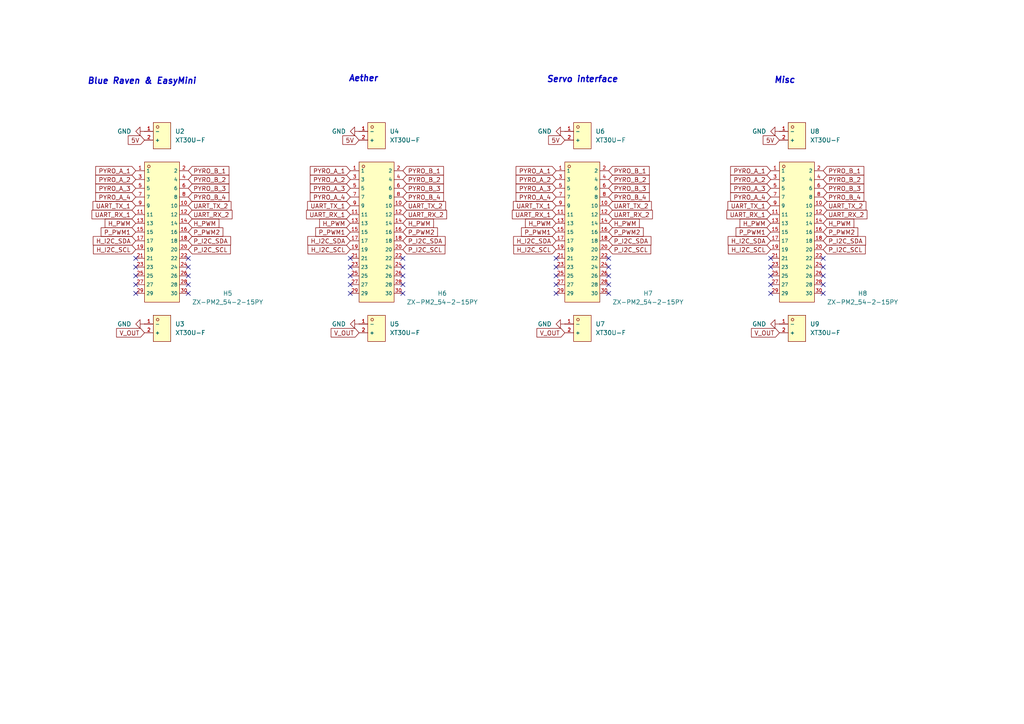
<source format=kicad_sch>
(kicad_sch (version 20250114) (generator "eeschema") (generator_version "9.0")
  (paper "A4")
  (lib_symbols
    (symbol "XT30U-F:XT30U-F"
      (property "Reference" "U" (at 0 1.27 0))
      (property "Value" "XT30U-F" (at 0 -2.54 0))
      (symbol "XT30U-F_0_1"
        (rectangle (start -2.54 3.81) (end 2.54 -3.81) (fill (type background)))
        (circle (center -1.27 2.54) (radius 0.381) (fill (type background)))
        (pin unspecified line (at -5.08 1.27 0) (length 2.54) (name "-") (number "1"))
        (pin unspecified line (at -5.08 -1.27 0) (length 2.54) (name "+") (number "2"))
      )
    )
    (symbol "ZX-PM2_54-2-15PY:ZX-PM2_54-2-15PY"
      (property "Reference" "H" (at 0 1.27 0))
      (property "Value" "ZX-PM2_54-2-15PY" (at 0 -2.54 0))
      (symbol "ZX-PM2_54-2-15PY_0_1"
        (rectangle (start -5.08 20.32) (end 5.08 -20.32) (fill (type background)))
        (circle (center -3.81 19.05) (radius 0.381) (fill (type background)))
        (pin unspecified line (at -7.62 17.78 0) (length 2.54) (name "1") (number "1"))
        (pin unspecified line (at -7.62 15.24 0) (length 2.54) (name "3") (number "3"))
        (pin unspecified line (at -7.62 12.7 0) (length 2.54) (name "5") (number "5"))
        (pin unspecified line (at -7.62 10.16 0) (length 2.54) (name "7") (number "7"))
        (pin unspecified line (at -7.62 7.62 0) (length 2.54) (name "9") (number "9"))
        (pin unspecified line (at -7.62 5.08 0) (length 2.54) (name "11") (number "11"))
        (pin unspecified line (at -7.62 2.54 0) (length 2.54) (name "13") (number "13"))
        (pin unspecified line (at -7.62 0 0) (length 2.54) (name "15") (number "15"))
        (pin unspecified line (at -7.62 -2.54 0) (length 2.54) (name "17") (number "17"))
        (pin unspecified line (at -7.62 -5.08 0) (length 2.54) (name "19") (number "19"))
        (pin unspecified line (at -7.62 -7.62 0) (length 2.54) (name "21") (number "21"))
        (pin unspecified line (at -7.62 -10.16 0) (length 2.54) (name "23") (number "23"))
        (pin unspecified line (at -7.62 -12.7 0) (length 2.54) (name "25") (number "25"))
        (pin unspecified line (at -7.62 -15.24 0) (length 2.54) (name "27") (number "27"))
        (pin unspecified line (at -7.62 -17.78 0) (length 2.54) (name "29") (number "29"))
        (pin unspecified line (at 7.62 17.78 180) (length 2.54) (name "2") (number "2"))
        (pin unspecified line (at 7.62 15.24 180) (length 2.54) (name "4") (number "4"))
        (pin unspecified line (at 7.62 12.7 180) (length 2.54) (name "6") (number "6"))
        (pin unspecified line (at 7.62 10.16 180) (length 2.54) (name "8") (number "8"))
        (pin unspecified line (at 7.62 7.62 180) (length 2.54) (name "10") (number "10"))
        (pin unspecified line (at 7.62 5.08 180) (length 2.54) (name "12") (number "12"))
        (pin unspecified line (at 7.62 2.54 180) (length 2.54) (name "14") (number "14"))
        (pin unspecified line (at 7.62 0 180) (length 2.54) (name "16") (number "16"))
        (pin unspecified line (at 7.62 -2.54 180) (length 2.54) (name "18") (number "18"))
        (pin unspecified line (at 7.62 -5.08 180) (length 2.54) (name "20") (number "20"))
        (pin unspecified line (at 7.62 -7.62 180) (length 2.54) (name "22") (number "22"))
        (pin unspecified line (at 7.62 -10.16 180) (length 2.54) (name "24") (number "24"))
        (pin unspecified line (at 7.62 -12.7 180) (length 2.54) (name "26") (number "26"))
        (pin unspecified line (at 7.62 -15.24 180) (length 2.54) (name "28") (number "28"))
        (pin unspecified line (at 7.62 -17.78 180) (length 2.54) (name "30") (number "30"))
      )
    )
    (symbol "power:GND" (power) (pin_numbers (hide yes)) (pin_names (offset 0) (hide yes))
      (property "Value" "GND" (at 0 -3.81 0))
      (symbol "GND_0_1"
        (polyline (pts (xy 0 0) (xy 0 -1.27) (xy 1.27 -1.27) (xy 0 -2.54) (xy -1.27 -1.27) (xy 0 -1.27)))
      )
      (symbol "GND_1_1"
        (pin power_in line (at 0 0 270) (length 0) (name "~") (number "1"))
      )
    )
  )
  (text "Servo interface" (at 168.91 23.114 0) (effects (font (size 1.778 1.778) (thickness 0.3556) (bold yes) (italic yes))))
  (text "Misc" (at 227.584 23.368 0) (effects (font (size 1.778 1.778) (thickness 0.3556) (bold yes) (italic yes))))
  (text "Blue Raven & EasyMini" (at 41.148 23.622 0) (effects (font (size 1.778 1.778) (thickness 0.3556) (bold yes) (italic yes))))
  (text "Aether" (at 105.41 22.86 0) (effects (font (size 1.778 1.778) (thickness 0.3556) (bold yes) (italic yes))))
  (no_connect (at 54.61 82.55))
  (no_connect (at 223.52 77.47))
  (no_connect (at 223.52 74.93))
  (no_connect (at 238.76 77.47))
  (no_connect (at 54.61 77.47))
  (no_connect (at 161.29 85.09))
  (no_connect (at 161.29 74.93))
  (no_connect (at 116.84 80.01))
  (no_connect (at 54.61 74.93))
  (no_connect (at 176.53 82.55))
  (no_connect (at 101.6 85.09))
  (no_connect (at 54.61 85.09))
  (no_connect (at 176.53 74.93))
  (no_connect (at 39.37 82.55))
  (no_connect (at 116.84 82.55))
  (no_connect (at 161.29 82.55))
  (no_connect (at 39.37 85.09))
  (no_connect (at 101.6 74.93))
  (no_connect (at 161.29 80.01))
  (no_connect (at 223.52 85.09))
  (no_connect (at 238.76 74.93))
  (no_connect (at 223.52 82.55))
  (no_connect (at 39.37 74.93))
  (no_connect (at 238.76 82.55))
  (no_connect (at 238.76 80.01))
  (no_connect (at 116.84 77.47))
  (no_connect (at 238.76 85.09))
  (no_connect (at 39.37 77.47))
  (no_connect (at 176.53 85.09))
  (no_connect (at 116.84 74.93))
  (no_connect (at 54.61 80.01))
  (no_connect (at 101.6 80.01))
  (no_connect (at 223.52 80.01))
  (no_connect (at 39.37 80.01))
  (no_connect (at 161.29 77.47))
  (no_connect (at 101.6 77.47))
  (no_connect (at 101.6 82.55))
  (no_connect (at 116.84 85.09))
  (no_connect (at 176.53 77.47))
  (no_connect (at 176.53 80.01))
  (global_label "PYRO_A_3" (shape input) (at 223.52 54.61 180) (property "Intersheetrefs" "${INTERSHEET_REFS}" (effects (hide yes))))
  (global_label "PYRO_A_1" (shape input) (at 161.29 49.53 180) (property "Intersheetrefs" "${INTERSHEET_REFS}" (effects (hide yes))))
  (global_label "PYRO_B_4" (shape input) (at 176.53 57.15 0) (property "Intersheetrefs" "${INTERSHEET_REFS}" (effects (hide yes))))
  (global_label "PYRO_A_2" (shape input) (at 101.6 52.07 180) (property "Intersheetrefs" "${INTERSHEET_REFS}" (effects (hide yes))))
  (global_label "H_PWM" (shape input) (at 176.53 64.77 0) (property "Intersheetrefs" "${INTERSHEET_REFS}" (effects (hide yes))))
  (global_label "5V" (shape input) (at 226.06 40.64 180) (property "Intersheetrefs" "${INTERSHEET_REFS}" (effects (hide yes))))
  (global_label "PYRO_B_1" (shape input) (at 116.84 49.53 0) (property "Intersheetrefs" "${INTERSHEET_REFS}" (effects (hide yes))))
  (global_label "5V" (shape input) (at 104.14 40.64 180) (property "Intersheetrefs" "${INTERSHEET_REFS}" (effects (hide yes))))
  (global_label "UART_RX_1" (shape input) (at 161.29 62.23 180) (property "Intersheetrefs" "${INTERSHEET_REFS}" (effects (hide yes))))
  (global_label "H_PWM" (shape input) (at 223.52 64.77 180) (property "Intersheetrefs" "${INTERSHEET_REFS}" (effects (hide yes))))
  (global_label "V_OUT" (shape input) (at 41.91 96.52 180) (property "Intersheetrefs" "${INTERSHEET_REFS}" (effects (hide yes))))
  (global_label "H_I2C_SDA" (shape input) (at 161.29 69.85 180) (property "Intersheetrefs" "${INTERSHEET_REFS}" (effects (hide yes))))
  (global_label "P_PWM2" (shape input) (at 54.61 67.31 0) (property "Intersheetrefs" "${INTERSHEET_REFS}" (effects (hide yes))))
  (global_label "PYRO_B_3" (shape input) (at 54.61 54.61 0) (property "Intersheetrefs" "${INTERSHEET_REFS}" (effects (hide yes))))
  (global_label "PYRO_A_3" (shape input) (at 101.6 54.61 180) (property "Intersheetrefs" "${INTERSHEET_REFS}" (effects (hide yes))))
  (global_label "UART_TX_2" (shape input) (at 54.61 59.69 0) (property "Intersheetrefs" "${INTERSHEET_REFS}" (effects (hide yes))))
  (global_label "UART_RX_2" (shape input) (at 238.76 62.23 0) (property "Intersheetrefs" "${INTERSHEET_REFS}" (effects (hide yes))))
  (global_label "PYRO_B_2" (shape input) (at 238.76 52.07 0) (property "Intersheetrefs" "${INTERSHEET_REFS}" (effects (hide yes))))
  (global_label "H_PWM" (shape input) (at 101.6 64.77 180) (property "Intersheetrefs" "${INTERSHEET_REFS}" (effects (hide yes))))
  (global_label "H_I2C_SCL" (shape input) (at 39.37 72.39 180) (property "Intersheetrefs" "${INTERSHEET_REFS}" (effects (hide yes))))
  (global_label "P_I2C_SDA" (shape input) (at 176.53 69.85 0) (property "Intersheetrefs" "${INTERSHEET_REFS}" (effects (hide yes))))
  (global_label "P_PWM1" (shape input) (at 223.52 67.31 180) (property "Intersheetrefs" "${INTERSHEET_REFS}" (effects (hide yes))))
  (global_label "UART_TX_1" (shape input) (at 101.6 59.69 180) (property "Intersheetrefs" "${INTERSHEET_REFS}" (effects (hide yes))))
  (global_label "PYRO_B_2" (shape input) (at 116.84 52.07 0) (property "Intersheetrefs" "${INTERSHEET_REFS}" (effects (hide yes))))
  (global_label "PYRO_A_3" (shape input) (at 161.29 54.61 180) (property "Intersheetrefs" "${INTERSHEET_REFS}" (effects (hide yes))))
  (global_label "UART_TX_2" (shape input) (at 176.53 59.69 0) (property "Intersheetrefs" "${INTERSHEET_REFS}" (effects (hide yes))))
  (global_label "P_PWM2" (shape input) (at 176.53 67.31 0) (property "Intersheetrefs" "${INTERSHEET_REFS}" (effects (hide yes))))
  (global_label "H_I2C_SCL" (shape input) (at 161.29 72.39 180) (property "Intersheetrefs" "${INTERSHEET_REFS}" (effects (hide yes))))
  (global_label "PYRO_B_1" (shape input) (at 238.76 49.53 0) (property "Intersheetrefs" "${INTERSHEET_REFS}" (effects (hide yes))))
  (global_label "H_I2C_SDA" (shape input) (at 101.6 69.85 180) (property "Intersheetrefs" "${INTERSHEET_REFS}" (effects (hide yes))))
  (global_label "PYRO_A_1" (shape input) (at 223.52 49.53 180) (property "Intersheetrefs" "${INTERSHEET_REFS}" (effects (hide yes))))
  (global_label "H_I2C_SCL" (shape input) (at 223.52 72.39 180) (property "Intersheetrefs" "${INTERSHEET_REFS}" (effects (hide yes))))
  (global_label "PYRO_A_4" (shape input) (at 39.37 57.15 180) (property "Intersheetrefs" "${INTERSHEET_REFS}" (effects (hide yes))))
  (global_label "PYRO_A_1" (shape input) (at 39.37 49.53 180) (property "Intersheetrefs" "${INTERSHEET_REFS}" (effects (hide yes))))
  (global_label "H_PWM" (shape input) (at 116.84 64.77 0) (property "Intersheetrefs" "${INTERSHEET_REFS}" (effects (hide yes))))
  (global_label "P_I2C_SCL" (shape input) (at 116.84 72.39 0) (property "Intersheetrefs" "${INTERSHEET_REFS}" (effects (hide yes))))
  (global_label "PYRO_A_1" (shape input) (at 101.6 49.53 180) (property "Intersheetrefs" "${INTERSHEET_REFS}" (effects (hide yes))))
  (global_label "PYRO_B_4" (shape input) (at 54.61 57.15 0) (property "Intersheetrefs" "${INTERSHEET_REFS}" (effects (hide yes))))
  (global_label "P_PWM1" (shape input) (at 39.37 67.31 180) (property "Intersheetrefs" "${INTERSHEET_REFS}" (effects (hide yes))))
  (global_label "5V" (shape input) (at 163.83 40.64 180) (property "Intersheetrefs" "${INTERSHEET_REFS}" (effects (hide yes))))
  (global_label "UART_TX_1" (shape input) (at 161.29 59.69 180) (property "Intersheetrefs" "${INTERSHEET_REFS}" (effects (hide yes))))
  (global_label "UART_TX_2" (shape input) (at 238.76 59.69 0) (property "Intersheetrefs" "${INTERSHEET_REFS}" (effects (hide yes))))
  (global_label "H_PWM" (shape input) (at 54.61 64.77 0) (property "Intersheetrefs" "${INTERSHEET_REFS}" (effects (hide yes))))
  (global_label "H_PWM" (shape input) (at 238.76 64.77 0) (property "Intersheetrefs" "${INTERSHEET_REFS}" (effects (hide yes))))
  (global_label "P_I2C_SDA" (shape input) (at 238.76 69.85 0) (property "Intersheetrefs" "${INTERSHEET_REFS}" (effects (hide yes))))
  (global_label "UART_RX_2" (shape input) (at 54.61 62.23 0) (property "Intersheetrefs" "${INTERSHEET_REFS}" (effects (hide yes))))
  (global_label "V_OUT" (shape input) (at 226.06 96.52 180) (property "Intersheetrefs" "${INTERSHEET_REFS}" (effects (hide yes))))
  (global_label "UART_TX_1" (shape input) (at 223.52 59.69 180) (property "Intersheetrefs" "${INTERSHEET_REFS}" (effects (hide yes))))
  (global_label "PYRO_A_2" (shape input) (at 223.52 52.07 180) (property "Intersheetrefs" "${INTERSHEET_REFS}" (effects (hide yes))))
  (global_label "H_I2C_SDA" (shape input) (at 39.37 69.85 180) (property "Intersheetrefs" "${INTERSHEET_REFS}" (effects (hide yes))))
  (global_label "P_I2C_SCL" (shape input) (at 176.53 72.39 0) (property "Intersheetrefs" "${INTERSHEET_REFS}" (effects (hide yes))))
  (global_label "P_I2C_SDA" (shape input) (at 54.61 69.85 0) (property "Intersheetrefs" "${INTERSHEET_REFS}" (effects (hide yes))))
  (global_label "P_I2C_SCL" (shape input) (at 238.76 72.39 0) (property "Intersheetrefs" "${INTERSHEET_REFS}" (effects (hide yes))))
  (global_label "UART_RX_2" (shape input) (at 116.84 62.23 0) (property "Intersheetrefs" "${INTERSHEET_REFS}" (effects (hide yes))))
  (global_label "UART_TX_2" (shape input) (at 116.84 59.69 0) (property "Intersheetrefs" "${INTERSHEET_REFS}" (effects (hide yes))))
  (global_label "H_PWM" (shape input) (at 161.29 64.77 180) (property "Intersheetrefs" "${INTERSHEET_REFS}" (effects (hide yes))))
  (global_label "PYRO_B_2" (shape input) (at 176.53 52.07 0) (property "Intersheetrefs" "${INTERSHEET_REFS}" (effects (hide yes))))
  (global_label "H_I2C_SDA" (shape input) (at 223.52 69.85 180) (property "Intersheetrefs" "${INTERSHEET_REFS}" (effects (hide yes))))
  (global_label "5V" (shape input) (at 41.91 40.64 180) (property "Intersheetrefs" "${INTERSHEET_REFS}" (effects (hide yes))))
  (global_label "UART_RX_1" (shape input) (at 39.37 62.23 180) (property "Intersheetrefs" "${INTERSHEET_REFS}" (effects (hide yes))))
  (global_label "PYRO_A_3" (shape input) (at 39.37 54.61 180) (property "Intersheetrefs" "${INTERSHEET_REFS}" (effects (hide yes))))
  (global_label "PYRO_B_3" (shape input) (at 116.84 54.61 0) (property "Intersheetrefs" "${INTERSHEET_REFS}" (effects (hide yes))))
  (global_label "V_OUT" (shape input) (at 104.14 96.52 180) (property "Intersheetrefs" "${INTERSHEET_REFS}" (effects (hide yes))))
  (global_label "PYRO_B_4" (shape input) (at 116.84 57.15 0) (property "Intersheetrefs" "${INTERSHEET_REFS}" (effects (hide yes))))
  (global_label "P_PWM2" (shape input) (at 238.76 67.31 0) (property "Intersheetrefs" "${INTERSHEET_REFS}" (effects (hide yes))))
  (global_label "PYRO_B_1" (shape input) (at 54.61 49.53 0) (property "Intersheetrefs" "${INTERSHEET_REFS}" (effects (hide yes))))
  (global_label "P_I2C_SDA" (shape input) (at 116.84 69.85 0) (property "Intersheetrefs" "${INTERSHEET_REFS}" (effects (hide yes))))
  (global_label "UART_TX_1" (shape input) (at 39.37 59.69 180) (property "Intersheetrefs" "${INTERSHEET_REFS}" (effects (hide yes))))
  (global_label "PYRO_B_1" (shape input) (at 176.53 49.53 0) (property "Intersheetrefs" "${INTERSHEET_REFS}" (effects (hide yes))))
  (global_label "UART_RX_1" (shape input) (at 223.52 62.23 180) (property "Intersheetrefs" "${INTERSHEET_REFS}" (effects (hide yes))))
  (global_label "PYRO_A_2" (shape input) (at 161.29 52.07 180) (property "Intersheetrefs" "${INTERSHEET_REFS}" (effects (hide yes))))
  (global_label "H_PWM" (shape input) (at 39.37 64.77 180) (property "Intersheetrefs" "${INTERSHEET_REFS}" (effects (hide yes))))
  (global_label "P_PWM1" (shape input) (at 161.29 67.31 180) (property "Intersheetrefs" "${INTERSHEET_REFS}" (effects (hide yes))))
  (global_label "PYRO_B_3" (shape input) (at 238.76 54.61 0) (property "Intersheetrefs" "${INTERSHEET_REFS}" (effects (hide yes))))
  (global_label "PYRO_B_4" (shape input) (at 238.76 57.15 0) (property "Intersheetrefs" "${INTERSHEET_REFS}" (effects (hide yes))))
  (global_label "PYRO_A_4" (shape input) (at 101.6 57.15 180) (property "Intersheetrefs" "${INTERSHEET_REFS}" (effects (hide yes))))
  (global_label "UART_RX_1" (shape input) (at 101.6 62.23 180) (property "Intersheetrefs" "${INTERSHEET_REFS}" (effects (hide yes))))
  (global_label "H_I2C_SCL" (shape input) (at 101.6 72.39 180) (property "Intersheetrefs" "${INTERSHEET_REFS}" (effects (hide yes))))
  (global_label "PYRO_A_4" (shape input) (at 161.29 57.15 180) (property "Intersheetrefs" "${INTERSHEET_REFS}" (effects (hide yes))))
  (global_label "P_I2C_SCL" (shape input) (at 54.61 72.39 0) (property "Intersheetrefs" "${INTERSHEET_REFS}" (effects (hide yes))))
  (global_label "V_OUT" (shape input) (at 163.83 96.52 180) (property "Intersheetrefs" "${INTERSHEET_REFS}" (effects (hide yes))))
  (global_label "PYRO_A_2" (shape input) (at 39.37 52.07 180) (property "Intersheetrefs" "${INTERSHEET_REFS}" (effects (hide yes))))
  (global_label "UART_RX_2" (shape input) (at 176.53 62.23 0) (property "Intersheetrefs" "${INTERSHEET_REFS}" (effects (hide yes))))
  (global_label "PYRO_A_4" (shape input) (at 223.52 57.15 180) (property "Intersheetrefs" "${INTERSHEET_REFS}" (effects (hide yes))))
  (global_label "P_PWM2" (shape input) (at 116.84 67.31 0) (property "Intersheetrefs" "${INTERSHEET_REFS}" (effects (hide yes))))
  (global_label "PYRO_B_2" (shape input) (at 54.61 52.07 0) (property "Intersheetrefs" "${INTERSHEET_REFS}" (effects (hide yes))))
  (global_label "P_PWM1" (shape input) (at 101.6 67.31 180) (property "Intersheetrefs" "${INTERSHEET_REFS}" (effects (hide yes))))
  (global_label "PYRO_B_3" (shape input) (at 176.53 54.61 0) (property "Intersheetrefs" "${INTERSHEET_REFS}" (effects (hide yes))))
  (symbol (lib_id "XT30U-F:XT30U-F") (at 109.22 39.37 0) (unit 1)
    (property "Reference" "U4" (at 113.03 38.0999 0) (effects (justify left)))
    (property "Value" "XT30U-F" (at 113.03 40.6399 0) (effects (justify left)))
    (property "Footprint" "footprint:CONN-TH_XT30U-F" (effects (hide yes)))
    (property "Datasheet" "https://atta.szlcsc.com/upload/public/pdf/source/20170606/1496716550180.pdf" (effects (hide yes)))
    (property "LCSC" "C99102" (effects (hide yes)))
  )
  (symbol (lib_id "XT30U-F:XT30U-F") (at 231.14 39.37 0) (unit 1)
    (property "Reference" "U8" (at 234.95 38.0999 0) (effects (justify left)))
    (property "Value" "XT30U-F" (at 234.95 40.6399 0) (effects (justify left)))
    (property "Footprint" "footprint:CONN-TH_XT30U-F" (effects (hide yes)))
    (property "Datasheet" "https://atta.szlcsc.com/upload/public/pdf/source/20170606/1496716550180.pdf" (effects (hide yes)))
    (property "LCSC" "C99102" (effects (hide yes)))
  )
  (symbol (lib_id "ZX-PM2_54-2-15PY:ZX-PM2_54-2-15PY") (at 109.22 67.31 0) (unit 1)
    (property "Reference" "H6" (at 128.27 85.09 0))
    (property "Value" "ZX-PM2_54-2-15PY" (at 128.27 87.63 0))
    (property "Footprint" "Connector_PinSocket_2.54mm:PinSocket_2x15_P2.54mm_Vertical" (effects (hide yes)))
    (property "Datasheet" "https://item.szlcsc.com/59416.html" (effects (hide yes)))
    (property "LCSC" "C7499350" (effects (hide yes)))
  )
  (symbol (lib_id "power:GND") (at 104.14 38.1 270) (unit 1)
    (property "Reference" "#PWR011" (effects (hide yes)))
    (property "Value" "GND" (at 100.33 38.0999 90) (effects (justify right)))
    (property "Description" "Power symbol creates a global label with name \"GND\" , ground" (effects (hide yes)))
  )
  (symbol (lib_id "XT30U-F:XT30U-F") (at 231.14 95.25 0) (unit 1)
    (property "Reference" "U9" (at 234.95 93.9799 0) (effects (justify left)))
    (property "Value" "XT30U-F" (at 234.95 96.5199 0) (effects (justify left)))
    (property "Footprint" "footprint:CONN-TH_XT30U-F" (effects (hide yes)))
    (property "Datasheet" "https://atta.szlcsc.com/upload/public/pdf/source/20170606/1496716550180.pdf" (effects (hide yes)))
    (property "LCSC" "C99102" (effects (hide yes)))
  )
  (symbol (lib_id "power:GND") (at 41.91 38.1 270) (unit 1)
    (property "Reference" "#PWR09" (effects (hide yes)))
    (property "Value" "GND" (at 38.1 38.0999 90) (effects (justify right)))
    (property "Description" "Power symbol creates a global label with name \"GND\" , ground" (effects (hide yes)))
  )
  (symbol (lib_id "ZX-PM2_54-2-15PY:ZX-PM2_54-2-15PY") (at 168.91 67.31 0) (unit 1)
    (property "Reference" "H7" (at 187.96 85.09 0))
    (property "Value" "ZX-PM2_54-2-15PY" (at 187.96 87.63 0))
    (property "Footprint" "Connector_PinSocket_2.54mm:PinSocket_2x15_P2.54mm_Vertical" (effects (hide yes)))
    (property "Datasheet" "https://item.szlcsc.com/59416.html" (effects (hide yes)))
    (property "LCSC" "C7499350" (effects (hide yes)))
  )
  (symbol (lib_id "XT30U-F:XT30U-F") (at 46.99 95.25 0) (unit 1)
    (property "Reference" "U3" (at 50.8 93.9799 0) (effects (justify left)))
    (property "Value" "XT30U-F" (at 50.8 96.5199 0) (effects (justify left)))
    (property "Footprint" "footprint:CONN-TH_XT30U-F" (effects (hide yes)))
    (property "Datasheet" "https://atta.szlcsc.com/upload/public/pdf/source/20170606/1496716550180.pdf" (effects (hide yes)))
    (property "LCSC" "C99102" (effects (hide yes)))
  )
  (symbol (lib_id "power:GND") (at 163.83 93.98 270) (unit 1)
    (property "Reference" "#PWR014" (effects (hide yes)))
    (property "Value" "GND" (at 160.02 93.9799 90) (effects (justify right)))
    (property "Description" "Power symbol creates a global label with name \"GND\" , ground" (effects (hide yes)))
  )
  (symbol (lib_id "power:GND") (at 163.83 38.1 270) (unit 1)
    (property "Reference" "#PWR013" (effects (hide yes)))
    (property "Value" "GND" (at 160.02 38.0999 90) (effects (justify right)))
    (property "Description" "Power symbol creates a global label with name \"GND\" , ground" (effects (hide yes)))
  )
  (symbol (lib_id "power:GND") (at 226.06 38.1 270) (unit 1)
    (property "Reference" "#PWR015" (effects (hide yes)))
    (property "Value" "GND" (at 222.25 38.0999 90) (effects (justify right)))
    (property "Description" "Power symbol creates a global label with name \"GND\" , ground" (effects (hide yes)))
  )
  (symbol (lib_id "power:GND") (at 41.91 93.98 270) (unit 1)
    (property "Reference" "#PWR010" (effects (hide yes)))
    (property "Value" "GND" (at 38.1 93.9799 90) (effects (justify right)))
    (property "Description" "Power symbol creates a global label with name \"GND\" , ground" (effects (hide yes)))
  )
  (symbol (lib_id "power:GND") (at 226.06 93.98 270) (unit 1)
    (property "Reference" "#PWR016" (effects (hide yes)))
    (property "Value" "GND" (at 222.25 93.9799 90) (effects (justify right)))
    (property "Description" "Power symbol creates a global label with name \"GND\" , ground" (effects (hide yes)))
  )
  (symbol (lib_id "XT30U-F:XT30U-F") (at 168.91 39.37 0) (unit 1)
    (property "Reference" "U6" (at 172.72 38.0999 0) (effects (justify left)))
    (property "Value" "XT30U-F" (at 172.72 40.6399 0) (effects (justify left)))
    (property "Footprint" "footprint:CONN-TH_XT30U-F" (effects (hide yes)))
    (property "Datasheet" "https://atta.szlcsc.com/upload/public/pdf/source/20170606/1496716550180.pdf" (effects (hide yes)))
    (property "LCSC" "C99102" (effects (hide yes)))
  )
  (symbol (lib_id "power:GND") (at 104.14 93.98 270) (unit 1)
    (property "Reference" "#PWR012" (effects (hide yes)))
    (property "Value" "GND" (at 100.33 93.9799 90) (effects (justify right)))
    (property "Description" "Power symbol creates a global label with name \"GND\" , ground" (effects (hide yes)))
  )
  (symbol (lib_id "ZX-PM2_54-2-15PY:ZX-PM2_54-2-15PY") (at 46.99 67.31 0) (unit 1)
    (property "Reference" "H5" (at 66.04 85.09 0))
    (property "Value" "ZX-PM2_54-2-15PY" (at 66.04 87.63 0))
    (property "Footprint" "Connector_PinSocket_2.54mm:PinSocket_2x15_P2.54mm_Vertical" (effects (hide yes)))
    (property "Datasheet" "https://item.szlcsc.com/59416.html" (effects (hide yes)))
    (property "LCSC" "C7499350" (effects (hide yes)))
  )
  (symbol (lib_id "XT30U-F:XT30U-F") (at 46.99 39.37 0) (unit 1)
    (property "Reference" "U2" (at 50.8 38.0999 0) (effects (justify left)))
    (property "Value" "XT30U-F" (at 50.8 40.6399 0) (effects (justify left)))
    (property "Footprint" "footprint:CONN-TH_XT30U-F" (effects (hide yes)))
    (property "Datasheet" "https://atta.szlcsc.com/upload/public/pdf/source/20170606/1496716550180.pdf" (effects (hide yes)))
    (property "LCSC" "C99102" (effects (hide yes)))
  )
  (symbol (lib_id "ZX-PM2_54-2-15PY:ZX-PM2_54-2-15PY") (at 231.14 67.31 0) (unit 1)
    (property "Reference" "H8" (at 250.19 85.09 0))
    (property "Value" "ZX-PM2_54-2-15PY" (at 250.19 87.63 0))
    (property "Footprint" "Connector_PinSocket_2.54mm:PinSocket_2x15_P2.54mm_Vertical" (effects (hide yes)))
    (property "Datasheet" "https://item.szlcsc.com/59416.html" (effects (hide yes)))
    (property "LCSC" "C7499350" (effects (hide yes)))
  )
  (symbol (lib_id "XT30U-F:XT30U-F") (at 168.91 95.25 0) (unit 1)
    (property "Reference" "U7" (at 172.72 93.9799 0) (effects (justify left)))
    (property "Value" "XT30U-F" (at 172.72 96.5199 0) (effects (justify left)))
    (property "Footprint" "footprint:CONN-TH_XT30U-F" (effects (hide yes)))
    (property "Datasheet" "https://atta.szlcsc.com/upload/public/pdf/source/20170606/1496716550180.pdf" (effects (hide yes)))
    (property "LCSC" "C99102" (effects (hide yes)))
  )
  (symbol (lib_id "XT30U-F:XT30U-F") (at 109.22 95.25 0) (unit 1)
    (property "Reference" "U5" (at 113.03 93.9799 0) (effects (justify left)))
    (property "Value" "XT30U-F" (at 113.03 96.5199 0) (effects (justify left)))
    (property "Footprint" "footprint:CONN-TH_XT30U-F" (effects (hide yes)))
    (property "Datasheet" "https://atta.szlcsc.com/upload/public/pdf/source/20170606/1496716550180.pdf" (effects (hide yes)))
    (property "LCSC" "C99102" (effects (hide yes)))
  )
)
</source>
